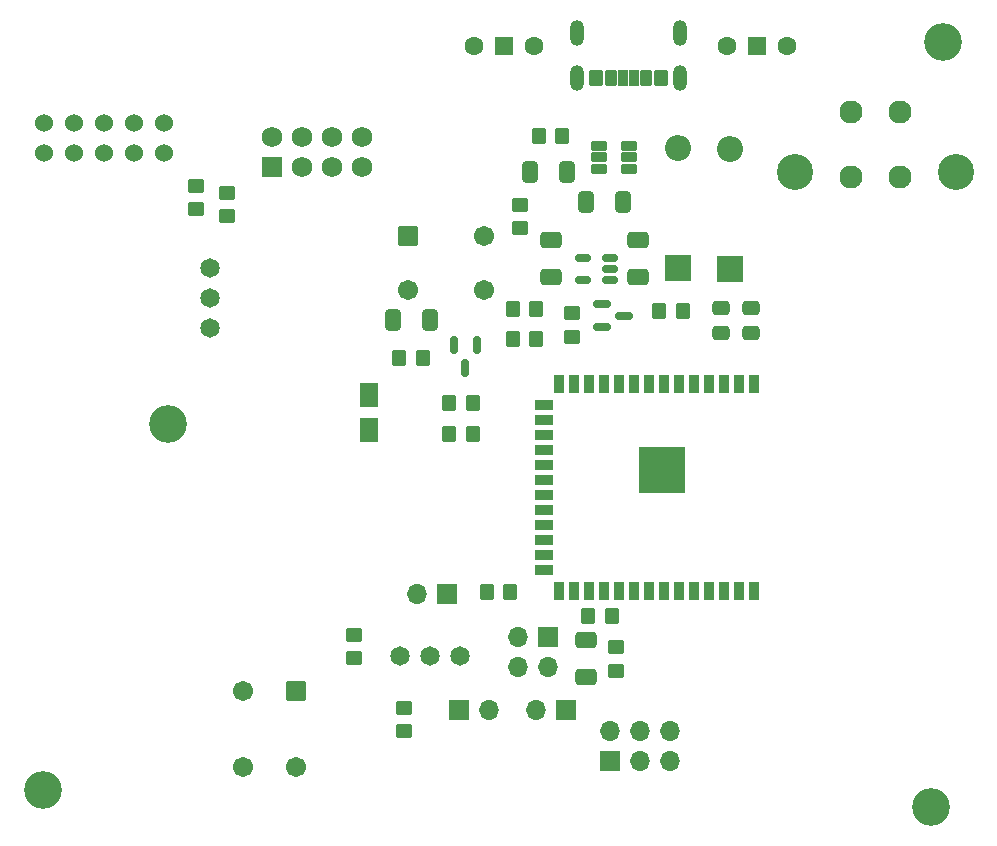
<source format=gbr>
%TF.GenerationSoftware,KiCad,Pcbnew,8.0.8*%
%TF.CreationDate,2025-03-13T10:44:28-05:00*%
%TF.ProjectId,Final Project V1,46696e61-6c20-4507-926f-6a6563742056,rev?*%
%TF.SameCoordinates,Original*%
%TF.FileFunction,Soldermask,Top*%
%TF.FilePolarity,Negative*%
%FSLAX46Y46*%
G04 Gerber Fmt 4.6, Leading zero omitted, Abs format (unit mm)*
G04 Created by KiCad (PCBNEW 8.0.8) date 2025-03-13 10:44:28*
%MOMM*%
%LPD*%
G01*
G04 APERTURE LIST*
G04 Aperture macros list*
%AMRoundRect*
0 Rectangle with rounded corners*
0 $1 Rounding radius*
0 $2 $3 $4 $5 $6 $7 $8 $9 X,Y pos of 4 corners*
0 Add a 4 corners polygon primitive as box body*
4,1,4,$2,$3,$4,$5,$6,$7,$8,$9,$2,$3,0*
0 Add four circle primitives for the rounded corners*
1,1,$1+$1,$2,$3*
1,1,$1+$1,$4,$5*
1,1,$1+$1,$6,$7*
1,1,$1+$1,$8,$9*
0 Add four rect primitives between the rounded corners*
20,1,$1+$1,$2,$3,$4,$5,0*
20,1,$1+$1,$4,$5,$6,$7,0*
20,1,$1+$1,$6,$7,$8,$9,0*
20,1,$1+$1,$8,$9,$2,$3,0*%
%AMFreePoly0*
4,1,6,1.000000,0.000000,0.500000,-0.750000,-0.500000,-0.750000,-0.500000,0.750000,0.500000,0.750000,1.000000,0.000000,1.000000,0.000000,$1*%
G04 Aperture macros list end*
%ADD10RoundRect,0.102000X-0.749000X0.749000X-0.749000X-0.749000X0.749000X-0.749000X0.749000X0.749000X0*%
%ADD11C,1.702000*%
%ADD12R,2.200000X2.200000*%
%ADD13O,2.200000X2.200000*%
%ADD14C,3.200000*%
%ADD15RoundRect,0.250000X0.350000X0.450000X-0.350000X0.450000X-0.350000X-0.450000X0.350000X-0.450000X0*%
%ADD16RoundRect,0.150000X-0.150000X0.587500X-0.150000X-0.587500X0.150000X-0.587500X0.150000X0.587500X0*%
%ADD17R,1.500000X1.500000*%
%ADD18C,1.600000*%
%ADD19RoundRect,0.098000X0.609000X0.294000X-0.609000X0.294000X-0.609000X-0.294000X0.609000X-0.294000X0*%
%ADD20RoundRect,0.250000X-0.350000X-0.450000X0.350000X-0.450000X0.350000X0.450000X-0.350000X0.450000X0*%
%ADD21R,0.900000X1.500000*%
%ADD22R,1.500000X0.900000*%
%ADD23C,0.600000*%
%ADD24R,3.900000X3.900000*%
%ADD25FreePoly0,90.000000*%
%ADD26FreePoly0,270.000000*%
%ADD27RoundRect,0.250000X0.450000X-0.350000X0.450000X0.350000X-0.450000X0.350000X-0.450000X-0.350000X0*%
%ADD28RoundRect,0.250000X0.650000X-0.412500X0.650000X0.412500X-0.650000X0.412500X-0.650000X-0.412500X0*%
%ADD29R,1.700000X1.700000*%
%ADD30O,1.700000X1.700000*%
%ADD31C,1.524000*%
%ADD32RoundRect,0.102000X-0.749000X-0.749000X0.749000X-0.749000X0.749000X0.749000X-0.749000X0.749000X0*%
%ADD33RoundRect,0.102000X0.350000X0.575000X-0.350000X0.575000X-0.350000X-0.575000X0.350000X-0.575000X0*%
%ADD34RoundRect,0.102000X0.400000X0.575000X-0.400000X0.575000X-0.400000X-0.575000X0.400000X-0.575000X0*%
%ADD35RoundRect,0.102000X0.450000X0.575000X-0.450000X0.575000X-0.450000X-0.575000X0.450000X-0.575000X0*%
%ADD36O,1.204000X2.204000*%
%ADD37C,1.651000*%
%ADD38RoundRect,0.150000X-0.587500X-0.150000X0.587500X-0.150000X0.587500X0.150000X-0.587500X0.150000X0*%
%ADD39RoundRect,0.250000X-0.475000X0.337500X-0.475000X-0.337500X0.475000X-0.337500X0.475000X0.337500X0*%
%ADD40RoundRect,0.250000X-0.412500X-0.650000X0.412500X-0.650000X0.412500X0.650000X-0.412500X0.650000X0*%
%ADD41RoundRect,0.250000X-0.450000X0.350000X-0.450000X-0.350000X0.450000X-0.350000X0.450000X0.350000X0*%
%ADD42RoundRect,0.102000X0.765000X-0.765000X0.765000X0.765000X-0.765000X0.765000X-0.765000X-0.765000X0*%
%ADD43C,1.734000*%
%ADD44RoundRect,0.250000X0.412500X0.650000X-0.412500X0.650000X-0.412500X-0.650000X0.412500X-0.650000X0*%
%ADD45C,3.048000*%
%ADD46C,1.955800*%
%ADD47RoundRect,0.150000X0.512500X0.150000X-0.512500X0.150000X-0.512500X-0.150000X0.512500X-0.150000X0*%
G04 APERTURE END LIST*
D10*
%TO.C,SW6*%
X172250000Y-127150000D03*
D11*
X172250000Y-133650000D03*
X167750000Y-127150000D03*
X167750000Y-133650000D03*
%TD*%
D12*
%TO.C,D2*%
X209000000Y-91480000D03*
D13*
X209000000Y-81320000D03*
%TD*%
D14*
%TO.C,H3*%
X150800000Y-135600000D03*
%TD*%
D15*
%TO.C,R3*%
X187200000Y-105400000D03*
X185200000Y-105400000D03*
%TD*%
D16*
%TO.C,Q2*%
X187550000Y-97925000D03*
X185650000Y-97925000D03*
X186600000Y-99800000D03*
%TD*%
D17*
%TO.C,SW5*%
X211260000Y-72600000D03*
D18*
X208720000Y-72600000D03*
X213800000Y-72600000D03*
%TD*%
D14*
%TO.C,H2*%
X226000000Y-137000000D03*
%TD*%
D19*
%TO.C,U3*%
X200455000Y-82950000D03*
X200455000Y-82000000D03*
X200455000Y-81050000D03*
X197945000Y-81050000D03*
X197945000Y-82000000D03*
X197945000Y-82950000D03*
%TD*%
D20*
%TO.C,R12*%
X190600000Y-97400000D03*
X192600000Y-97400000D03*
%TD*%
D21*
%TO.C,U2*%
X211000000Y-101200000D03*
X209730000Y-101200000D03*
X208460000Y-101200000D03*
X207190000Y-101200000D03*
X205920000Y-101200000D03*
X204650000Y-101200000D03*
X203380000Y-101200000D03*
X202110000Y-101200000D03*
X200840000Y-101200000D03*
X199570000Y-101200000D03*
X198300000Y-101200000D03*
X197030000Y-101200000D03*
X195760000Y-101200000D03*
X194490000Y-101200000D03*
D22*
X193240000Y-102965000D03*
X193240000Y-104235000D03*
X193240000Y-105505000D03*
X193240000Y-106775000D03*
X193240000Y-108045000D03*
X193240000Y-109315000D03*
X193240000Y-110585000D03*
X193240000Y-111855000D03*
X193240000Y-113125000D03*
X193240000Y-114395000D03*
X193240000Y-115665000D03*
X193240000Y-116935000D03*
D21*
X194490000Y-118700000D03*
X195760000Y-118700000D03*
X197030000Y-118700000D03*
X198300000Y-118700000D03*
X199570000Y-118700000D03*
X200840000Y-118700000D03*
X202110000Y-118700000D03*
X203380000Y-118700000D03*
X204650000Y-118700000D03*
X205920000Y-118700000D03*
X207190000Y-118700000D03*
X208460000Y-118700000D03*
X209730000Y-118700000D03*
X211000000Y-118700000D03*
D23*
X203980000Y-107050000D03*
X202580000Y-107050000D03*
X204680000Y-107750000D03*
X203280000Y-107750000D03*
X201880000Y-107750000D03*
X203980000Y-108450000D03*
D24*
X203280000Y-108450000D03*
D23*
X202580000Y-108450000D03*
X204680000Y-109150000D03*
X203280000Y-109150000D03*
X201880000Y-109150000D03*
X203980000Y-109850000D03*
X202580000Y-109850000D03*
%TD*%
D17*
%TO.C,JP1*%
X178400000Y-104800000D03*
X178400000Y-102400000D03*
D25*
X178400000Y-105600000D03*
D26*
X178400000Y-101600000D03*
%TD*%
D27*
%TO.C,R9*%
X166400000Y-87000000D03*
X166400000Y-85000000D03*
%TD*%
D28*
%TO.C,C1*%
X193800000Y-92162500D03*
X193800000Y-89037500D03*
%TD*%
D29*
%TO.C,J3*%
X193600000Y-122600000D03*
D30*
X193600000Y-125140000D03*
X191060000Y-122600000D03*
X191060000Y-125140000D03*
%TD*%
D28*
%TO.C,C6*%
X196775000Y-126012500D03*
X196775000Y-122887500D03*
%TD*%
D31*
%TO.C,J9*%
X150920000Y-81619700D03*
X150920000Y-79079700D03*
X153460000Y-81619700D03*
X153460000Y-79079700D03*
X156000000Y-81619700D03*
X156000000Y-79079700D03*
X158540000Y-81619700D03*
X158540000Y-79079700D03*
X161080000Y-81619700D03*
X161080000Y-79079700D03*
%TD*%
D27*
%TO.C,R10*%
X199375000Y-125450000D03*
X199375000Y-123450000D03*
%TD*%
D32*
%TO.C,SW3*%
X181700000Y-88700000D03*
D11*
X188200000Y-88700000D03*
X181700000Y-93200000D03*
X188200000Y-93200000D03*
%TD*%
D15*
%TO.C,R16*%
X199000000Y-120800000D03*
X197000000Y-120800000D03*
%TD*%
D33*
%TO.C,USB-C1*%
X200900000Y-75305000D03*
D34*
X198880000Y-75305000D03*
D35*
X197650000Y-75305000D03*
D33*
X199900000Y-75305000D03*
D34*
X201920000Y-75305000D03*
D35*
X203150000Y-75305000D03*
D36*
X204720000Y-75300000D03*
X196080000Y-75300000D03*
X204720000Y-71500000D03*
X196080000Y-71500000D03*
%TD*%
D12*
%TO.C,D1*%
X204600000Y-91400000D03*
D13*
X204600000Y-81240000D03*
%TD*%
D20*
%TO.C,R6*%
X185200000Y-102800000D03*
X187200000Y-102800000D03*
%TD*%
D37*
%TO.C,U4*%
X165000000Y-91400000D03*
X165000000Y-93940000D03*
X165000000Y-96480000D03*
%TD*%
D27*
%TO.C,R8*%
X177200000Y-124400000D03*
X177200000Y-122400000D03*
%TD*%
D37*
%TO.C,U5*%
X186140000Y-124200000D03*
X183600000Y-124200000D03*
X181060000Y-124200000D03*
%TD*%
D38*
%TO.C,Q1*%
X198125000Y-94450000D03*
X198125000Y-96350000D03*
X200000000Y-95400000D03*
%TD*%
D27*
%TO.C,R5*%
X181400000Y-130600000D03*
X181400000Y-128600000D03*
%TD*%
D20*
%TO.C,R14*%
X203000000Y-95000000D03*
X205000000Y-95000000D03*
%TD*%
D39*
%TO.C,C5*%
X208200000Y-94762500D03*
X208200000Y-96837500D03*
%TD*%
D20*
%TO.C,R15*%
X190600000Y-94800000D03*
X192600000Y-94800000D03*
%TD*%
D40*
%TO.C,C4*%
X196837500Y-85800000D03*
X199962500Y-85800000D03*
%TD*%
D29*
%TO.C,J2*%
X198860000Y-133140000D03*
D30*
X198860000Y-130600000D03*
X201400000Y-133140000D03*
X201400000Y-130600000D03*
X203940000Y-133140000D03*
X203940000Y-130600000D03*
%TD*%
D27*
%TO.C,R7*%
X163800000Y-86400000D03*
X163800000Y-84400000D03*
%TD*%
D29*
%TO.C,J5*%
X186025000Y-128750000D03*
D30*
X188565000Y-128750000D03*
%TD*%
D41*
%TO.C,R11*%
X195600000Y-95200000D03*
X195600000Y-97200000D03*
%TD*%
D14*
%TO.C,H1*%
X227000000Y-72200000D03*
%TD*%
D20*
%TO.C,R1*%
X192800000Y-80200000D03*
X194800000Y-80200000D03*
%TD*%
D28*
%TO.C,C2*%
X201200000Y-92162500D03*
X201200000Y-89037500D03*
%TD*%
D17*
%TO.C,SW4*%
X189860000Y-72600000D03*
D18*
X187320000Y-72600000D03*
X192400000Y-72600000D03*
%TD*%
D29*
%TO.C,J4*%
X195075000Y-128800000D03*
D30*
X192535000Y-128800000D03*
%TD*%
D42*
%TO.C,J8*%
X170190000Y-82827500D03*
D43*
X170190000Y-80287500D03*
X172730000Y-82827500D03*
X172730000Y-80287500D03*
X175270000Y-82827500D03*
X175270000Y-80287500D03*
X177810000Y-82827500D03*
X177810000Y-80287500D03*
%TD*%
D41*
%TO.C,R2*%
X191200000Y-86000000D03*
X191200000Y-88000000D03*
%TD*%
D15*
%TO.C,R13*%
X183000000Y-99000000D03*
X181000000Y-99000000D03*
%TD*%
D44*
%TO.C,C9*%
X183562500Y-95800000D03*
X180437500Y-95800000D03*
%TD*%
D14*
%TO.C,H4*%
X161400000Y-104600000D03*
%TD*%
D44*
%TO.C,C3*%
X195162500Y-83200000D03*
X192037500Y-83200000D03*
%TD*%
D45*
%TO.C,J1*%
X228099999Y-83240000D03*
X214500000Y-83240000D03*
D46*
X219200000Y-78200000D03*
X223399998Y-78200000D03*
X219200000Y-83699999D03*
X223399998Y-83699999D03*
%TD*%
D29*
%TO.C,J7*%
X185075000Y-119000000D03*
D30*
X182535000Y-119000000D03*
%TD*%
D47*
%TO.C,U1*%
X198800000Y-92400000D03*
X198800000Y-91450000D03*
X198800000Y-90500000D03*
X196525000Y-90500000D03*
X196525000Y-92400000D03*
%TD*%
D39*
%TO.C,C10*%
X210800000Y-94762500D03*
X210800000Y-96837500D03*
%TD*%
D15*
%TO.C,R4*%
X190400000Y-118800000D03*
X188400000Y-118800000D03*
%TD*%
M02*

</source>
